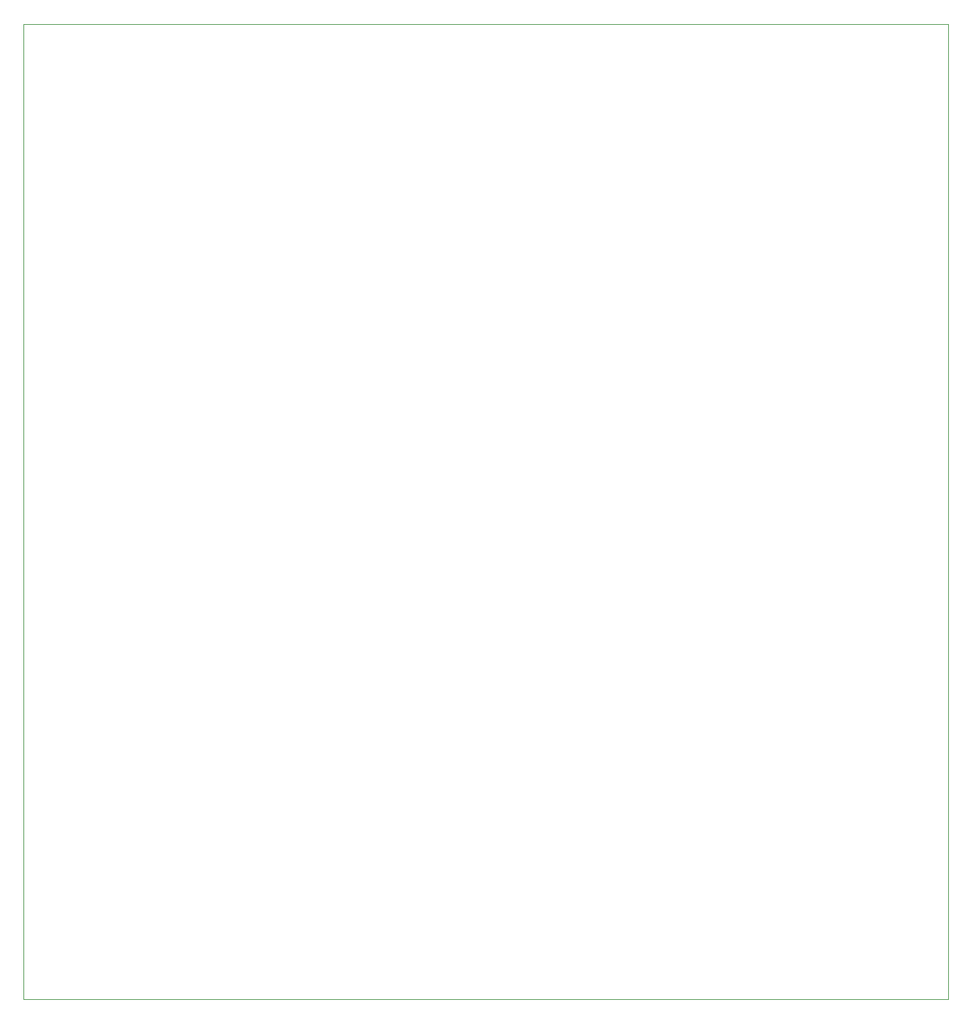
<source format=gbr>
%TF.GenerationSoftware,KiCad,Pcbnew,7.0.8*%
%TF.CreationDate,2023-11-30T20:23:53-05:00*%
%TF.ProjectId,Esquematica Proyecto,45737175-656d-4617-9469-63612050726f,rev?*%
%TF.SameCoordinates,Original*%
%TF.FileFunction,Profile,NP*%
%FSLAX46Y46*%
G04 Gerber Fmt 4.6, Leading zero omitted, Abs format (unit mm)*
G04 Created by KiCad (PCBNEW 7.0.8) date 2023-11-30 20:23:53*
%MOMM*%
%LPD*%
G01*
G04 APERTURE LIST*
%TA.AperFunction,Profile*%
%ADD10C,0.050000*%
%TD*%
G04 APERTURE END LIST*
D10*
X51585000Y-23339000D02*
X168402000Y-23339000D01*
X168402000Y-146440000D01*
X51585000Y-146440000D01*
X51585000Y-23339000D01*
M02*

</source>
